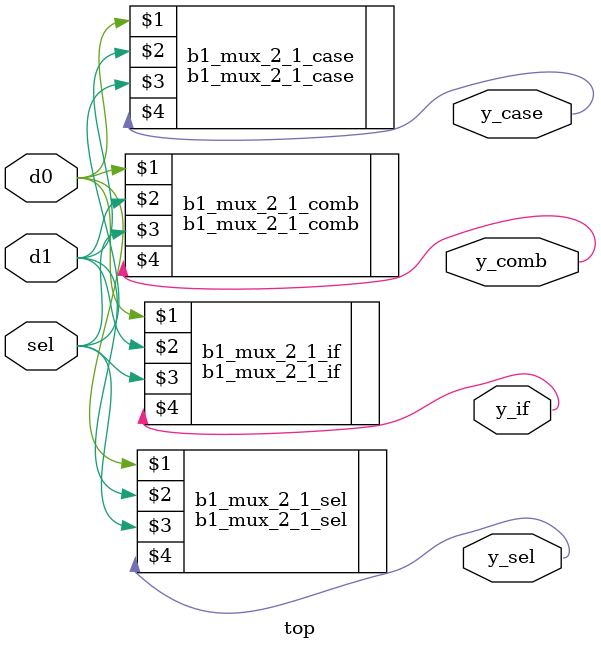
<source format=v>
`timescale 1ns / 1ps


module top(
    input d0,
    input d1,
    input sel,
    output y_comb,
    output y_sel,
    output y_if,
    output y_case
    );

    
    b1_mux_2_1_comb b1_mux_2_1_comb (d0, d1, sel, y_comb);
    b1_mux_2_1_sel b1_mux_2_1_sel (d0, d1, sel, y_sel);
    b1_mux_2_1_if b1_mux_2_1_if (d0, d1, sel, y_if);
    b1_mux_2_1_case b1_mux_2_1_case (d0, d1, sel, y_case);
endmodule




</source>
